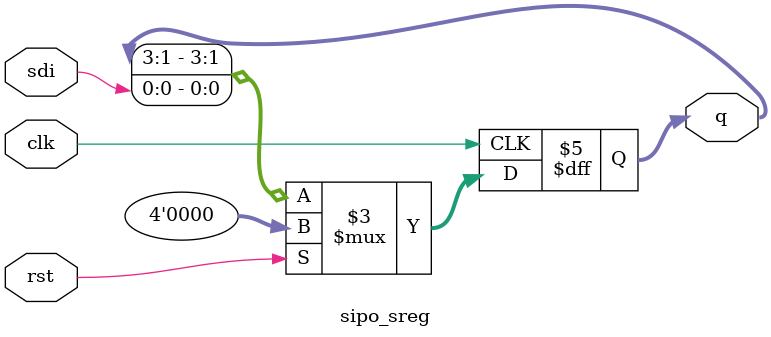
<source format=v>
`timescale 1ns / 1ps
module sipo_sreg #(parameter sreg_bits = 4)(input sdi, input rst,clk, output reg [sreg_bits-1:0] q);
always @ (posedge clk) begin
if (rst) q <= 0;
else q [sreg_bits-1:0] <= {q[sreg_bits-1:1],sdi};
end
endmodule

</source>
